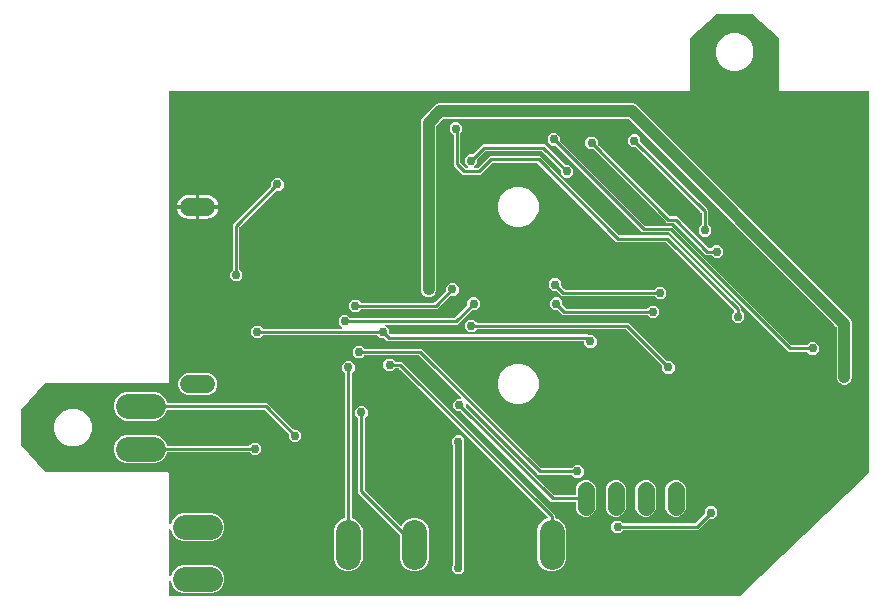
<source format=gbr>
G04 EAGLE Gerber RS-274X export*
G75*
%MOMM*%
%FSLAX34Y34*%
%LPD*%
%INBottom Copper*%
%IPPOS*%
%AMOC8*
5,1,8,0,0,1.08239X$1,22.5*%
G01*
%ADD10C,1.508000*%
%ADD11C,2.100000*%
%ADD12C,1.408000*%
%ADD13C,0.756400*%
%ADD14C,0.254000*%
%ADD15C,1.016000*%
%ADD16C,0.609600*%

G36*
X609369Y1030D02*
X609369Y1030D01*
X609451Y1035D01*
X609490Y1050D01*
X609530Y1056D01*
X609603Y1095D01*
X609680Y1126D01*
X609723Y1158D01*
X609748Y1172D01*
X609768Y1193D01*
X609813Y1227D01*
X718748Y105210D01*
X718808Y105290D01*
X718873Y105366D01*
X718882Y105388D01*
X718896Y105407D01*
X718927Y105501D01*
X718965Y105594D01*
X718968Y105623D01*
X718974Y105640D01*
X718973Y105673D01*
X718983Y105761D01*
X718983Y428222D01*
X718980Y428242D01*
X718982Y428261D01*
X718960Y428363D01*
X718944Y428465D01*
X718934Y428482D01*
X718930Y428502D01*
X718877Y428591D01*
X718828Y428682D01*
X718814Y428696D01*
X718804Y428713D01*
X718725Y428780D01*
X718650Y428852D01*
X718632Y428860D01*
X718617Y428873D01*
X718521Y428912D01*
X718427Y428955D01*
X718407Y428957D01*
X718389Y428965D01*
X718222Y428983D01*
X643579Y428983D01*
X642983Y429579D01*
X642983Y473193D01*
X642965Y473308D01*
X642948Y473423D01*
X642945Y473429D01*
X642944Y473436D01*
X642889Y473538D01*
X642837Y473642D01*
X642831Y473649D01*
X642828Y473653D01*
X642814Y473667D01*
X642723Y473766D01*
X619833Y493795D01*
X619777Y493830D01*
X619727Y493873D01*
X619673Y493894D01*
X619624Y493925D01*
X619560Y493940D01*
X619499Y493965D01*
X619417Y493974D01*
X619385Y493981D01*
X619365Y493980D01*
X619332Y493983D01*
X590668Y493983D01*
X590603Y493973D01*
X590537Y493972D01*
X590482Y493953D01*
X590425Y493944D01*
X590367Y493913D01*
X590304Y493891D01*
X590237Y493844D01*
X590208Y493828D01*
X590194Y493814D01*
X590167Y493795D01*
X567277Y473766D01*
X567203Y473676D01*
X567127Y473588D01*
X567125Y473582D01*
X567120Y473576D01*
X567079Y473468D01*
X567035Y473360D01*
X567034Y473352D01*
X567032Y473347D01*
X567032Y473327D01*
X567017Y473193D01*
X567017Y429579D01*
X566421Y428983D01*
X126778Y428983D01*
X126758Y428980D01*
X126739Y428982D01*
X126637Y428960D01*
X126535Y428944D01*
X126518Y428934D01*
X126498Y428930D01*
X126409Y428877D01*
X126318Y428828D01*
X126304Y428814D01*
X126287Y428804D01*
X126220Y428725D01*
X126148Y428650D01*
X126140Y428632D01*
X126127Y428617D01*
X126088Y428521D01*
X126045Y428427D01*
X126043Y428407D01*
X126035Y428389D01*
X126017Y428222D01*
X126017Y182579D01*
X125421Y181983D01*
X21807Y181983D01*
X21692Y181965D01*
X21577Y181948D01*
X21571Y181945D01*
X21564Y181944D01*
X21462Y181889D01*
X21358Y181837D01*
X21351Y181831D01*
X21347Y181828D01*
X21333Y181814D01*
X21234Y181723D01*
X1205Y158833D01*
X1170Y158777D01*
X1127Y158727D01*
X1106Y158673D01*
X1075Y158624D01*
X1060Y158560D01*
X1035Y158499D01*
X1026Y158417D01*
X1019Y158385D01*
X1020Y158365D01*
X1017Y158332D01*
X1017Y129668D01*
X1020Y129648D01*
X1018Y129629D01*
X1028Y129583D01*
X1028Y129537D01*
X1047Y129482D01*
X1056Y129425D01*
X1066Y129408D01*
X1070Y129388D01*
X1094Y129348D01*
X1109Y129304D01*
X1156Y129237D01*
X1172Y129208D01*
X1186Y129194D01*
X1196Y129177D01*
X1200Y129174D01*
X1205Y129167D01*
X21234Y106277D01*
X21324Y106203D01*
X21412Y106127D01*
X21418Y106125D01*
X21424Y106120D01*
X21532Y106079D01*
X21640Y106035D01*
X21648Y106034D01*
X21653Y106032D01*
X21673Y106032D01*
X21807Y106017D01*
X125421Y106017D01*
X126017Y105421D01*
X126017Y62698D01*
X126032Y62602D01*
X126042Y62505D01*
X126052Y62481D01*
X126056Y62455D01*
X126102Y62369D01*
X126142Y62280D01*
X126159Y62261D01*
X126172Y62238D01*
X126242Y62171D01*
X126308Y62099D01*
X126331Y62086D01*
X126350Y62068D01*
X126438Y62027D01*
X126524Y61980D01*
X126549Y61976D01*
X126573Y61965D01*
X126670Y61954D01*
X126766Y61937D01*
X126792Y61940D01*
X126817Y61937D01*
X126913Y61958D01*
X127009Y61972D01*
X127032Y61984D01*
X127058Y61990D01*
X127141Y62040D01*
X127228Y62084D01*
X127247Y62103D01*
X127269Y62116D01*
X127332Y62190D01*
X127400Y62259D01*
X127416Y62288D01*
X127429Y62303D01*
X127441Y62333D01*
X127481Y62406D01*
X129306Y66811D01*
X132689Y70194D01*
X137108Y72025D01*
X162892Y72025D01*
X167311Y70194D01*
X170694Y66811D01*
X172525Y62392D01*
X172525Y57608D01*
X170694Y53189D01*
X167311Y49806D01*
X162892Y47975D01*
X137108Y47975D01*
X132689Y49806D01*
X129306Y53189D01*
X127481Y57594D01*
X127430Y57677D01*
X127384Y57762D01*
X127365Y57780D01*
X127352Y57803D01*
X127277Y57865D01*
X127206Y57932D01*
X127182Y57943D01*
X127162Y57960D01*
X127071Y57994D01*
X126983Y58035D01*
X126957Y58038D01*
X126933Y58048D01*
X126835Y58052D01*
X126739Y58063D01*
X126713Y58057D01*
X126687Y58058D01*
X126593Y58031D01*
X126498Y58010D01*
X126476Y57997D01*
X126451Y57990D01*
X126371Y57934D01*
X126287Y57884D01*
X126270Y57864D01*
X126249Y57849D01*
X126190Y57771D01*
X126127Y57697D01*
X126117Y57673D01*
X126102Y57652D01*
X126072Y57559D01*
X126035Y57469D01*
X126032Y57437D01*
X126026Y57418D01*
X126026Y57385D01*
X126017Y57302D01*
X126017Y18698D01*
X126032Y18602D01*
X126042Y18505D01*
X126052Y18481D01*
X126056Y18455D01*
X126102Y18369D01*
X126142Y18280D01*
X126159Y18261D01*
X126172Y18238D01*
X126242Y18171D01*
X126308Y18099D01*
X126331Y18086D01*
X126350Y18068D01*
X126438Y18027D01*
X126524Y17980D01*
X126549Y17976D01*
X126573Y17965D01*
X126670Y17954D01*
X126766Y17937D01*
X126792Y17940D01*
X126817Y17937D01*
X126913Y17958D01*
X127009Y17972D01*
X127032Y17984D01*
X127058Y17990D01*
X127141Y18040D01*
X127228Y18084D01*
X127247Y18103D01*
X127269Y18116D01*
X127332Y18190D01*
X127400Y18259D01*
X127416Y18288D01*
X127429Y18303D01*
X127441Y18333D01*
X127481Y18406D01*
X129306Y22811D01*
X132689Y26194D01*
X137108Y28025D01*
X162892Y28025D01*
X167311Y26194D01*
X170694Y22811D01*
X172525Y18392D01*
X172525Y13608D01*
X170694Y9189D01*
X167311Y5806D01*
X162892Y3975D01*
X137108Y3975D01*
X132689Y5806D01*
X129306Y9189D01*
X127481Y13594D01*
X127430Y13677D01*
X127384Y13762D01*
X127365Y13780D01*
X127352Y13803D01*
X127277Y13865D01*
X127206Y13932D01*
X127182Y13943D01*
X127162Y13960D01*
X127071Y13994D01*
X126983Y14035D01*
X126957Y14038D01*
X126933Y14048D01*
X126835Y14052D01*
X126739Y14063D01*
X126713Y14057D01*
X126687Y14058D01*
X126593Y14031D01*
X126498Y14010D01*
X126476Y13997D01*
X126451Y13990D01*
X126371Y13934D01*
X126287Y13884D01*
X126270Y13864D01*
X126249Y13849D01*
X126190Y13771D01*
X126127Y13697D01*
X126117Y13673D01*
X126102Y13652D01*
X126072Y13559D01*
X126035Y13469D01*
X126032Y13437D01*
X126026Y13418D01*
X126026Y13385D01*
X126017Y13302D01*
X126017Y1778D01*
X126020Y1758D01*
X126018Y1739D01*
X126040Y1637D01*
X126056Y1535D01*
X126066Y1518D01*
X126070Y1498D01*
X126123Y1409D01*
X126172Y1318D01*
X126186Y1304D01*
X126196Y1287D01*
X126275Y1220D01*
X126350Y1148D01*
X126368Y1140D01*
X126383Y1127D01*
X126479Y1088D01*
X126573Y1045D01*
X126593Y1043D01*
X126611Y1035D01*
X126778Y1017D01*
X609288Y1017D01*
X609369Y1030D01*
G37*
%LPC*%
G36*
X696686Y180395D02*
X696686Y180395D01*
X694259Y181401D01*
X692401Y183259D01*
X691395Y185686D01*
X691395Y228949D01*
X691381Y229039D01*
X691373Y229130D01*
X691361Y229160D01*
X691356Y229192D01*
X691313Y229272D01*
X691277Y229356D01*
X691251Y229388D01*
X691240Y229409D01*
X691217Y229431D01*
X691172Y229487D01*
X515487Y405172D01*
X515413Y405225D01*
X515344Y405285D01*
X515314Y405297D01*
X515287Y405316D01*
X515200Y405343D01*
X515116Y405377D01*
X515075Y405381D01*
X515052Y405388D01*
X515020Y405387D01*
X514949Y405395D01*
X359051Y405395D01*
X358961Y405381D01*
X358870Y405373D01*
X358840Y405361D01*
X358808Y405356D01*
X358728Y405313D01*
X358644Y405277D01*
X358612Y405251D01*
X358591Y405240D01*
X358569Y405217D01*
X358513Y405172D01*
X352828Y399487D01*
X352775Y399413D01*
X352715Y399344D01*
X352703Y399314D01*
X352684Y399287D01*
X352657Y399200D01*
X352623Y399116D01*
X352619Y399075D01*
X352612Y399052D01*
X352613Y399020D01*
X352605Y398949D01*
X352605Y259686D01*
X351599Y257259D01*
X349741Y255401D01*
X347314Y254395D01*
X344686Y254395D01*
X342259Y255401D01*
X340401Y257259D01*
X339395Y259686D01*
X339395Y403314D01*
X340401Y405741D01*
X352259Y417599D01*
X354686Y418605D01*
X519314Y418605D01*
X521741Y417599D01*
X703599Y235741D01*
X704605Y233314D01*
X704605Y185686D01*
X703599Y183259D01*
X701741Y181401D01*
X699314Y180395D01*
X696686Y180395D01*
G37*
%LPD*%
%LPC*%
G36*
X477296Y68395D02*
X477296Y68395D01*
X474148Y69699D01*
X471739Y72108D01*
X470435Y75256D01*
X470435Y80444D01*
X470432Y80464D01*
X470434Y80483D01*
X470412Y80585D01*
X470396Y80687D01*
X470386Y80704D01*
X470382Y80724D01*
X470329Y80813D01*
X470280Y80904D01*
X470266Y80918D01*
X470256Y80935D01*
X470177Y81002D01*
X470102Y81074D01*
X470084Y81082D01*
X470069Y81095D01*
X469973Y81134D01*
X469879Y81177D01*
X469859Y81179D01*
X469841Y81187D01*
X469674Y81205D01*
X449842Y81205D01*
X447982Y83065D01*
X373577Y157470D01*
X373503Y157523D01*
X373434Y157583D01*
X373404Y157595D01*
X373378Y157614D01*
X373291Y157641D01*
X373206Y157675D01*
X373165Y157679D01*
X373143Y157686D01*
X373110Y157685D01*
X373039Y157693D01*
X369802Y157693D01*
X366693Y160802D01*
X366693Y165198D01*
X369802Y168307D01*
X372903Y168307D01*
X372974Y168318D01*
X373046Y168320D01*
X373095Y168338D01*
X373146Y168346D01*
X373209Y168380D01*
X373277Y168405D01*
X373317Y168437D01*
X373363Y168462D01*
X373413Y168514D01*
X373469Y168558D01*
X373497Y168602D01*
X373533Y168640D01*
X373563Y168705D01*
X373602Y168765D01*
X373614Y168816D01*
X373636Y168863D01*
X373644Y168934D01*
X373662Y169004D01*
X373658Y169056D01*
X373663Y169107D01*
X373648Y169178D01*
X373643Y169249D01*
X373622Y169297D01*
X373611Y169348D01*
X373574Y169409D01*
X373546Y169475D01*
X373501Y169531D01*
X373485Y169559D01*
X373467Y169574D01*
X373441Y169606D01*
X338065Y204982D01*
X337991Y205035D01*
X337922Y205095D01*
X337892Y205107D01*
X337866Y205126D01*
X337779Y205153D01*
X337694Y205187D01*
X337653Y205191D01*
X337631Y205198D01*
X337598Y205197D01*
X337527Y205205D01*
X292025Y205205D01*
X291935Y205191D01*
X291844Y205183D01*
X291815Y205171D01*
X291783Y205166D01*
X291702Y205123D01*
X291618Y205087D01*
X291586Y205061D01*
X291565Y205050D01*
X291543Y205027D01*
X291487Y204982D01*
X289198Y202693D01*
X284802Y202693D01*
X281693Y205802D01*
X281693Y210198D01*
X284802Y213307D01*
X289198Y213307D01*
X291487Y211018D01*
X291561Y210965D01*
X291631Y210905D01*
X291661Y210893D01*
X291687Y210874D01*
X291774Y210847D01*
X291859Y210813D01*
X291900Y210809D01*
X291922Y210802D01*
X291954Y210803D01*
X292025Y210795D01*
X340158Y210795D01*
X440935Y110018D01*
X441009Y109965D01*
X441078Y109905D01*
X441108Y109893D01*
X441134Y109874D01*
X441221Y109847D01*
X441306Y109813D01*
X441347Y109809D01*
X441369Y109802D01*
X441402Y109803D01*
X441473Y109795D01*
X466975Y109795D01*
X467065Y109809D01*
X467156Y109817D01*
X467185Y109829D01*
X467217Y109834D01*
X467298Y109877D01*
X467382Y109913D01*
X467414Y109939D01*
X467435Y109950D01*
X467457Y109973D01*
X467513Y110018D01*
X469802Y112307D01*
X474198Y112307D01*
X477307Y109198D01*
X477307Y104802D01*
X474198Y101693D01*
X469802Y101693D01*
X467513Y103982D01*
X467439Y104035D01*
X467369Y104095D01*
X467339Y104107D01*
X467313Y104126D01*
X467226Y104153D01*
X467141Y104187D01*
X467100Y104191D01*
X467078Y104198D01*
X467046Y104197D01*
X466975Y104205D01*
X438842Y104205D01*
X378606Y164441D01*
X378548Y164483D01*
X378496Y164533D01*
X378449Y164555D01*
X378407Y164585D01*
X378338Y164606D01*
X378273Y164636D01*
X378221Y164642D01*
X378171Y164657D01*
X378100Y164655D01*
X378029Y164663D01*
X377978Y164652D01*
X377926Y164651D01*
X377858Y164626D01*
X377788Y164611D01*
X377743Y164584D01*
X377695Y164566D01*
X377639Y164522D01*
X377577Y164485D01*
X377543Y164445D01*
X377503Y164413D01*
X377464Y164352D01*
X377417Y164298D01*
X377398Y164250D01*
X377370Y164206D01*
X377352Y164136D01*
X377325Y164070D01*
X377317Y163998D01*
X377309Y163967D01*
X377311Y163944D01*
X377307Y163903D01*
X377307Y161961D01*
X377321Y161871D01*
X377329Y161780D01*
X377341Y161750D01*
X377346Y161718D01*
X377389Y161637D01*
X377425Y161554D01*
X377451Y161521D01*
X377462Y161501D01*
X377485Y161479D01*
X377530Y161423D01*
X451935Y87018D01*
X452009Y86965D01*
X452078Y86905D01*
X452108Y86893D01*
X452134Y86874D01*
X452221Y86847D01*
X452306Y86813D01*
X452347Y86809D01*
X452369Y86802D01*
X452402Y86803D01*
X452473Y86795D01*
X469674Y86795D01*
X469694Y86798D01*
X469713Y86796D01*
X469815Y86818D01*
X469917Y86834D01*
X469934Y86844D01*
X469954Y86848D01*
X470043Y86901D01*
X470134Y86950D01*
X470148Y86964D01*
X470165Y86974D01*
X470232Y87053D01*
X470304Y87128D01*
X470312Y87146D01*
X470325Y87161D01*
X470364Y87257D01*
X470407Y87351D01*
X470409Y87371D01*
X470417Y87389D01*
X470435Y87556D01*
X470435Y92744D01*
X471739Y95892D01*
X474148Y98301D01*
X477296Y99605D01*
X480704Y99605D01*
X483852Y98301D01*
X486261Y95892D01*
X487565Y92744D01*
X487565Y75256D01*
X486261Y72108D01*
X483852Y69699D01*
X480704Y68395D01*
X477296Y68395D01*
G37*
%LPD*%
%LPC*%
G36*
X605802Y232693D02*
X605802Y232693D01*
X602693Y235802D01*
X602693Y240198D01*
X604733Y242238D01*
X604745Y242254D01*
X604760Y242267D01*
X604816Y242354D01*
X604877Y242438D01*
X604882Y242457D01*
X604893Y242474D01*
X604919Y242574D01*
X604949Y242673D01*
X604948Y242693D01*
X604953Y242712D01*
X604945Y242814D01*
X604943Y242919D01*
X604936Y242937D01*
X604934Y242957D01*
X604894Y243052D01*
X604858Y243150D01*
X604846Y243165D01*
X604838Y243184D01*
X604733Y243315D01*
X547065Y300982D01*
X546991Y301035D01*
X546922Y301095D01*
X546892Y301107D01*
X546866Y301126D01*
X546779Y301153D01*
X546694Y301187D01*
X546653Y301191D01*
X546631Y301198D01*
X546598Y301197D01*
X546527Y301205D01*
X504842Y301205D01*
X502982Y303065D01*
X438065Y367982D01*
X437991Y368035D01*
X437922Y368095D01*
X437892Y368107D01*
X437866Y368126D01*
X437779Y368153D01*
X437694Y368187D01*
X437653Y368191D01*
X437631Y368198D01*
X437598Y368197D01*
X437527Y368205D01*
X400473Y368205D01*
X400383Y368191D01*
X400292Y368183D01*
X400262Y368171D01*
X400230Y368166D01*
X400150Y368123D01*
X400066Y368087D01*
X400034Y368061D01*
X400013Y368050D01*
X399991Y368027D01*
X399935Y367982D01*
X390158Y358205D01*
X374842Y358205D01*
X367205Y365842D01*
X367205Y390975D01*
X367191Y391065D01*
X367183Y391156D01*
X367171Y391185D01*
X367166Y391217D01*
X367123Y391298D01*
X367087Y391382D01*
X367061Y391414D01*
X367050Y391435D01*
X367027Y391457D01*
X366982Y391513D01*
X363693Y394802D01*
X363693Y399198D01*
X366802Y402307D01*
X371198Y402307D01*
X374307Y399198D01*
X374307Y394802D01*
X373018Y393513D01*
X372965Y393439D01*
X372905Y393369D01*
X372893Y393339D01*
X372874Y393313D01*
X372847Y393226D01*
X372813Y393141D01*
X372809Y393100D01*
X372802Y393078D01*
X372803Y393046D01*
X372795Y392975D01*
X372795Y368473D01*
X372809Y368383D01*
X372817Y368292D01*
X372829Y368262D01*
X372834Y368230D01*
X372877Y368150D01*
X372913Y368066D01*
X372939Y368034D01*
X372950Y368013D01*
X372973Y367991D01*
X373018Y367935D01*
X376935Y364018D01*
X377009Y363965D01*
X377078Y363905D01*
X377108Y363893D01*
X377134Y363874D01*
X377221Y363847D01*
X377306Y363813D01*
X377347Y363809D01*
X377369Y363802D01*
X377402Y363803D01*
X377473Y363795D01*
X378863Y363795D01*
X378933Y363806D01*
X379005Y363808D01*
X379054Y363826D01*
X379105Y363834D01*
X379169Y363868D01*
X379236Y363893D01*
X379277Y363925D01*
X379323Y363950D01*
X379372Y364002D01*
X379428Y364046D01*
X379456Y364090D01*
X379492Y364128D01*
X379522Y364193D01*
X379561Y364253D01*
X379574Y364304D01*
X379596Y364351D01*
X379604Y364422D01*
X379621Y364492D01*
X379617Y364544D01*
X379623Y364595D01*
X379608Y364666D01*
X379602Y364737D01*
X379582Y364785D01*
X379571Y364836D01*
X379534Y364897D01*
X379506Y364963D01*
X379461Y365019D01*
X379444Y365047D01*
X379427Y365062D01*
X379401Y365094D01*
X376693Y367802D01*
X376693Y372198D01*
X379802Y375307D01*
X383039Y375307D01*
X383129Y375321D01*
X383220Y375329D01*
X383250Y375341D01*
X383282Y375346D01*
X383362Y375389D01*
X383446Y375425D01*
X383478Y375451D01*
X383499Y375462D01*
X383521Y375485D01*
X383577Y375530D01*
X391842Y383795D01*
X444158Y383795D01*
X461423Y366530D01*
X461497Y366477D01*
X461566Y366417D01*
X461596Y366405D01*
X461622Y366386D01*
X461709Y366359D01*
X461794Y366325D01*
X461835Y366321D01*
X461857Y366314D01*
X461890Y366315D01*
X461961Y366307D01*
X465198Y366307D01*
X468307Y363198D01*
X468307Y358802D01*
X465198Y355693D01*
X460802Y355693D01*
X457693Y358802D01*
X457693Y362039D01*
X457679Y362129D01*
X457671Y362220D01*
X457659Y362250D01*
X457654Y362282D01*
X457611Y362362D01*
X457575Y362446D01*
X457549Y362478D01*
X457538Y362499D01*
X457515Y362521D01*
X457470Y362577D01*
X442065Y377982D01*
X441991Y378035D01*
X441922Y378095D01*
X441892Y378107D01*
X441866Y378126D01*
X441779Y378153D01*
X441694Y378187D01*
X441653Y378191D01*
X441631Y378198D01*
X441598Y378197D01*
X441527Y378205D01*
X394473Y378205D01*
X394383Y378191D01*
X394292Y378183D01*
X394262Y378171D01*
X394230Y378166D01*
X394150Y378123D01*
X394066Y378087D01*
X394034Y378061D01*
X394013Y378050D01*
X393991Y378027D01*
X393935Y377982D01*
X387530Y371577D01*
X387477Y371503D01*
X387417Y371434D01*
X387405Y371404D01*
X387386Y371378D01*
X387359Y371291D01*
X387325Y371206D01*
X387321Y371165D01*
X387314Y371143D01*
X387315Y371110D01*
X387307Y371039D01*
X387307Y367802D01*
X384599Y365094D01*
X384557Y365036D01*
X384508Y364984D01*
X384486Y364937D01*
X384456Y364895D01*
X384434Y364826D01*
X384404Y364761D01*
X384399Y364709D01*
X384383Y364659D01*
X384385Y364588D01*
X384377Y364517D01*
X384388Y364466D01*
X384390Y364414D01*
X384414Y364346D01*
X384429Y364276D01*
X384456Y364231D01*
X384474Y364183D01*
X384519Y364127D01*
X384556Y364065D01*
X384595Y364031D01*
X384628Y363991D01*
X384688Y363952D01*
X384743Y363905D01*
X384791Y363886D01*
X384835Y363858D01*
X384904Y363840D01*
X384971Y363813D01*
X385042Y363805D01*
X385073Y363797D01*
X385096Y363799D01*
X385137Y363795D01*
X387527Y363795D01*
X387617Y363809D01*
X387708Y363817D01*
X387738Y363829D01*
X387770Y363834D01*
X387850Y363877D01*
X387934Y363913D01*
X387966Y363939D01*
X387987Y363950D01*
X388009Y363973D01*
X388065Y364018D01*
X397842Y373795D01*
X440158Y373795D01*
X442018Y371935D01*
X506935Y307018D01*
X507009Y306965D01*
X507078Y306905D01*
X507108Y306893D01*
X507134Y306874D01*
X507221Y306847D01*
X507306Y306813D01*
X507347Y306809D01*
X507369Y306802D01*
X507402Y306803D01*
X507473Y306795D01*
X549158Y306795D01*
X610795Y245158D01*
X610795Y243025D01*
X610809Y242935D01*
X610817Y242844D01*
X610829Y242815D01*
X610834Y242783D01*
X610877Y242702D01*
X610913Y242618D01*
X610939Y242586D01*
X610950Y242565D01*
X610973Y242543D01*
X611018Y242487D01*
X613307Y240198D01*
X613307Y235802D01*
X610198Y232693D01*
X605802Y232693D01*
G37*
%LPD*%
%LPC*%
G36*
X480802Y211693D02*
X480802Y211693D01*
X477693Y214802D01*
X477693Y216444D01*
X477690Y216464D01*
X477692Y216483D01*
X477670Y216585D01*
X477654Y216687D01*
X477644Y216704D01*
X477640Y216724D01*
X477587Y216813D01*
X477538Y216904D01*
X477524Y216918D01*
X477514Y216935D01*
X477435Y217002D01*
X477360Y217074D01*
X477342Y217082D01*
X477327Y217095D01*
X477231Y217134D01*
X477137Y217177D01*
X477117Y217179D01*
X477099Y217187D01*
X476932Y217205D01*
X310842Y217205D01*
X308577Y219470D01*
X308503Y219523D01*
X308434Y219583D01*
X308404Y219595D01*
X308378Y219614D01*
X308291Y219641D01*
X308206Y219675D01*
X308165Y219679D01*
X308143Y219686D01*
X308110Y219685D01*
X308039Y219693D01*
X304802Y219693D01*
X302513Y221982D01*
X302439Y222035D01*
X302369Y222095D01*
X302339Y222107D01*
X302313Y222126D01*
X302226Y222153D01*
X302141Y222187D01*
X302100Y222191D01*
X302078Y222198D01*
X302046Y222197D01*
X301975Y222205D01*
X206025Y222205D01*
X205935Y222191D01*
X205844Y222183D01*
X205815Y222171D01*
X205783Y222166D01*
X205702Y222123D01*
X205618Y222087D01*
X205586Y222061D01*
X205565Y222050D01*
X205543Y222027D01*
X205487Y221982D01*
X203198Y219693D01*
X198802Y219693D01*
X195693Y222802D01*
X195693Y227198D01*
X198802Y230307D01*
X203198Y230307D01*
X205487Y228018D01*
X205561Y227965D01*
X205631Y227905D01*
X205661Y227893D01*
X205687Y227874D01*
X205774Y227847D01*
X205859Y227813D01*
X205900Y227809D01*
X205922Y227802D01*
X205954Y227803D01*
X206025Y227795D01*
X271863Y227795D01*
X271933Y227806D01*
X272005Y227808D01*
X272054Y227826D01*
X272105Y227834D01*
X272169Y227868D01*
X272236Y227893D01*
X272277Y227925D01*
X272323Y227950D01*
X272372Y228002D01*
X272428Y228046D01*
X272456Y228090D01*
X272492Y228128D01*
X272522Y228193D01*
X272561Y228253D01*
X272574Y228304D01*
X272596Y228351D01*
X272604Y228422D01*
X272621Y228492D01*
X272617Y228544D01*
X272623Y228595D01*
X272608Y228666D01*
X272602Y228737D01*
X272582Y228785D01*
X272571Y228836D01*
X272534Y228897D01*
X272506Y228963D01*
X272461Y229019D01*
X272444Y229047D01*
X272427Y229062D01*
X272401Y229094D01*
X269693Y231802D01*
X269693Y236198D01*
X272802Y239307D01*
X277198Y239307D01*
X279487Y237018D01*
X279561Y236965D01*
X279631Y236905D01*
X279661Y236893D01*
X279687Y236874D01*
X279774Y236847D01*
X279859Y236813D01*
X279900Y236809D01*
X279922Y236802D01*
X279954Y236803D01*
X280025Y236795D01*
X367527Y236795D01*
X367617Y236809D01*
X367708Y236817D01*
X367738Y236829D01*
X367770Y236834D01*
X367850Y236877D01*
X367934Y236913D01*
X367966Y236939D01*
X367987Y236950D01*
X368009Y236973D01*
X368065Y237018D01*
X378470Y247423D01*
X378523Y247497D01*
X378583Y247566D01*
X378595Y247596D01*
X378614Y247622D01*
X378641Y247709D01*
X378675Y247794D01*
X378679Y247835D01*
X378686Y247857D01*
X378685Y247890D01*
X378693Y247961D01*
X378693Y251198D01*
X381802Y254307D01*
X386198Y254307D01*
X389307Y251198D01*
X389307Y246802D01*
X386198Y243693D01*
X382961Y243693D01*
X382871Y243679D01*
X382780Y243671D01*
X382750Y243659D01*
X382718Y243654D01*
X382638Y243611D01*
X382554Y243575D01*
X382522Y243549D01*
X382501Y243538D01*
X382479Y243515D01*
X382423Y243470D01*
X370158Y231205D01*
X310137Y231205D01*
X310067Y231194D01*
X309995Y231192D01*
X309946Y231174D01*
X309895Y231166D01*
X309831Y231132D01*
X309764Y231107D01*
X309723Y231075D01*
X309677Y231050D01*
X309628Y230998D01*
X309572Y230954D01*
X309544Y230910D01*
X309508Y230872D01*
X309478Y230807D01*
X309439Y230747D01*
X309426Y230696D01*
X309404Y230649D01*
X309396Y230578D01*
X309379Y230508D01*
X309383Y230456D01*
X309377Y230405D01*
X309392Y230334D01*
X309398Y230263D01*
X309418Y230215D01*
X309429Y230164D01*
X309466Y230103D01*
X309494Y230037D01*
X309539Y229981D01*
X309556Y229953D01*
X309573Y229938D01*
X309599Y229906D01*
X312307Y227198D01*
X312307Y223961D01*
X312321Y223871D01*
X312329Y223780D01*
X312341Y223750D01*
X312346Y223718D01*
X312389Y223638D01*
X312425Y223554D01*
X312451Y223522D01*
X312462Y223501D01*
X312485Y223479D01*
X312530Y223423D01*
X312935Y223018D01*
X313009Y222965D01*
X313078Y222905D01*
X313108Y222893D01*
X313134Y222874D01*
X313221Y222847D01*
X313306Y222813D01*
X313347Y222809D01*
X313369Y222802D01*
X313402Y222803D01*
X313473Y222795D01*
X481158Y222795D01*
X481423Y222530D01*
X481497Y222477D01*
X481566Y222417D01*
X481596Y222405D01*
X481622Y222386D01*
X481709Y222359D01*
X481794Y222325D01*
X481835Y222321D01*
X481857Y222314D01*
X481890Y222315D01*
X481961Y222307D01*
X485198Y222307D01*
X488307Y219198D01*
X488307Y214802D01*
X485198Y211693D01*
X480802Y211693D01*
G37*
%LPD*%
%LPC*%
G36*
X447608Y22475D02*
X447608Y22475D01*
X443189Y24306D01*
X439806Y27689D01*
X437975Y32108D01*
X437975Y57892D01*
X439806Y62311D01*
X443189Y65694D01*
X446495Y67064D01*
X446534Y67088D01*
X446577Y67104D01*
X446638Y67152D01*
X446704Y67193D01*
X446734Y67229D01*
X446769Y67257D01*
X446812Y67323D01*
X446861Y67383D01*
X446878Y67426D01*
X446902Y67464D01*
X446922Y67540D01*
X446949Y67612D01*
X446951Y67658D01*
X446963Y67703D01*
X446957Y67780D01*
X446960Y67858D01*
X446947Y67902D01*
X446943Y67948D01*
X446913Y68020D01*
X446891Y68094D01*
X446865Y68132D01*
X446847Y68174D01*
X446762Y68281D01*
X446751Y68297D01*
X446747Y68300D01*
X446742Y68305D01*
X321065Y193982D01*
X320991Y194035D01*
X320922Y194095D01*
X320892Y194107D01*
X320866Y194126D01*
X320779Y194153D01*
X320694Y194187D01*
X320653Y194191D01*
X320631Y194198D01*
X320598Y194197D01*
X320527Y194205D01*
X318025Y194205D01*
X317935Y194191D01*
X317844Y194183D01*
X317815Y194171D01*
X317783Y194166D01*
X317702Y194123D01*
X317618Y194087D01*
X317586Y194061D01*
X317565Y194050D01*
X317543Y194027D01*
X317487Y193982D01*
X315198Y191693D01*
X310802Y191693D01*
X307693Y194802D01*
X307693Y199198D01*
X310802Y202307D01*
X315198Y202307D01*
X317487Y200018D01*
X317561Y199965D01*
X317631Y199905D01*
X317661Y199893D01*
X317687Y199874D01*
X317774Y199847D01*
X317859Y199813D01*
X317900Y199809D01*
X317922Y199802D01*
X317954Y199803D01*
X318025Y199795D01*
X323158Y199795D01*
X452795Y70158D01*
X452795Y67867D01*
X452814Y67752D01*
X452831Y67636D01*
X452833Y67630D01*
X452834Y67624D01*
X452889Y67521D01*
X452942Y67416D01*
X452947Y67412D01*
X452950Y67406D01*
X453034Y67327D01*
X453118Y67244D01*
X453124Y67240D01*
X453128Y67237D01*
X453145Y67229D01*
X453265Y67163D01*
X456811Y65694D01*
X460194Y62311D01*
X462025Y57892D01*
X462025Y32108D01*
X460194Y27689D01*
X456811Y24306D01*
X452392Y22475D01*
X447608Y22475D01*
G37*
%LPD*%
%LPC*%
G36*
X668802Y205693D02*
X668802Y205693D01*
X666513Y207982D01*
X666439Y208035D01*
X666369Y208095D01*
X666339Y208107D01*
X666313Y208126D01*
X666226Y208153D01*
X666141Y208187D01*
X666100Y208191D01*
X666078Y208198D01*
X666046Y208197D01*
X665975Y208205D01*
X650842Y208205D01*
X550065Y308982D01*
X549991Y309035D01*
X549922Y309095D01*
X549892Y309107D01*
X549866Y309126D01*
X549779Y309153D01*
X549694Y309187D01*
X549653Y309191D01*
X549631Y309198D01*
X549598Y309197D01*
X549527Y309205D01*
X526842Y309205D01*
X453577Y382470D01*
X453503Y382523D01*
X453434Y382583D01*
X453404Y382595D01*
X453378Y382614D01*
X453291Y382641D01*
X453206Y382675D01*
X453165Y382679D01*
X453143Y382686D01*
X453110Y382685D01*
X453039Y382693D01*
X449802Y382693D01*
X446693Y385802D01*
X446693Y390198D01*
X449802Y393307D01*
X454198Y393307D01*
X457307Y390198D01*
X457307Y386961D01*
X457309Y386945D01*
X457308Y386931D01*
X457322Y386866D01*
X457329Y386780D01*
X457341Y386750D01*
X457346Y386718D01*
X457359Y386694D01*
X457360Y386691D01*
X457369Y386675D01*
X457389Y386637D01*
X457425Y386554D01*
X457451Y386522D01*
X457462Y386501D01*
X457485Y386479D01*
X457530Y386423D01*
X528935Y315018D01*
X529009Y314965D01*
X529078Y314905D01*
X529108Y314893D01*
X529134Y314874D01*
X529221Y314847D01*
X529306Y314813D01*
X529347Y314809D01*
X529369Y314802D01*
X529402Y314803D01*
X529473Y314795D01*
X552158Y314795D01*
X652935Y214018D01*
X653009Y213965D01*
X653078Y213905D01*
X653108Y213893D01*
X653134Y213874D01*
X653221Y213847D01*
X653306Y213813D01*
X653347Y213809D01*
X653369Y213802D01*
X653402Y213803D01*
X653473Y213795D01*
X665975Y213795D01*
X666065Y213809D01*
X666156Y213817D01*
X666185Y213829D01*
X666217Y213834D01*
X666298Y213877D01*
X666382Y213913D01*
X666414Y213939D01*
X666435Y213950D01*
X666457Y213973D01*
X666513Y214018D01*
X668802Y216307D01*
X673198Y216307D01*
X676307Y213198D01*
X676307Y208802D01*
X673198Y205693D01*
X668802Y205693D01*
G37*
%LPD*%
%LPC*%
G36*
X275608Y22475D02*
X275608Y22475D01*
X271189Y24306D01*
X267806Y27689D01*
X265975Y32108D01*
X265975Y57892D01*
X267806Y62311D01*
X271189Y65694D01*
X274735Y67163D01*
X274835Y67225D01*
X274935Y67285D01*
X274939Y67290D01*
X274944Y67293D01*
X275019Y67382D01*
X275095Y67472D01*
X275097Y67478D01*
X275101Y67482D01*
X275143Y67590D01*
X275187Y67700D01*
X275188Y67707D01*
X275189Y67712D01*
X275190Y67730D01*
X275205Y67867D01*
X275205Y189975D01*
X275191Y190065D01*
X275183Y190156D01*
X275171Y190185D01*
X275166Y190217D01*
X275123Y190298D01*
X275087Y190382D01*
X275061Y190414D01*
X275050Y190435D01*
X275027Y190457D01*
X274982Y190513D01*
X272693Y192802D01*
X272693Y197198D01*
X275802Y200307D01*
X280198Y200307D01*
X283307Y197198D01*
X283307Y192802D01*
X281018Y190513D01*
X280965Y190439D01*
X280905Y190369D01*
X280893Y190339D01*
X280874Y190313D01*
X280847Y190226D01*
X280813Y190141D01*
X280809Y190100D01*
X280802Y190078D01*
X280803Y190046D01*
X280795Y189975D01*
X280795Y67867D01*
X280814Y67752D01*
X280831Y67636D01*
X280833Y67630D01*
X280834Y67624D01*
X280889Y67521D01*
X280942Y67416D01*
X280947Y67412D01*
X280950Y67406D01*
X281034Y67327D01*
X281118Y67244D01*
X281124Y67240D01*
X281128Y67237D01*
X281145Y67229D01*
X281265Y67163D01*
X284811Y65694D01*
X288194Y62311D01*
X290025Y57892D01*
X290025Y32108D01*
X288194Y27689D01*
X284811Y24306D01*
X280392Y22475D01*
X275608Y22475D01*
G37*
%LPD*%
%LPC*%
G36*
X230802Y131693D02*
X230802Y131693D01*
X227693Y134802D01*
X227693Y138039D01*
X227688Y138070D01*
X227690Y138081D01*
X227678Y138134D01*
X227671Y138220D01*
X227659Y138250D01*
X227654Y138282D01*
X227641Y138306D01*
X227637Y138322D01*
X227606Y138374D01*
X227575Y138446D01*
X227549Y138478D01*
X227538Y138499D01*
X227522Y138515D01*
X227511Y138533D01*
X227495Y138546D01*
X227470Y138577D01*
X207065Y158982D01*
X206991Y159035D01*
X206922Y159095D01*
X206892Y159107D01*
X206866Y159126D01*
X206779Y159153D01*
X206694Y159187D01*
X206653Y159191D01*
X206631Y159198D01*
X206598Y159197D01*
X206527Y159205D01*
X124867Y159205D01*
X124752Y159186D01*
X124636Y159169D01*
X124630Y159167D01*
X124624Y159166D01*
X124521Y159111D01*
X124416Y159058D01*
X124412Y159053D01*
X124406Y159050D01*
X124327Y158966D01*
X124244Y158882D01*
X124240Y158876D01*
X124237Y158872D01*
X124229Y158855D01*
X124163Y158735D01*
X122694Y155189D01*
X119311Y151806D01*
X114892Y149975D01*
X89108Y149975D01*
X84689Y151806D01*
X81306Y155189D01*
X79475Y159608D01*
X79475Y164392D01*
X81306Y168811D01*
X84689Y172194D01*
X89108Y174025D01*
X114892Y174025D01*
X119311Y172194D01*
X122694Y168811D01*
X124163Y165265D01*
X124225Y165165D01*
X124285Y165065D01*
X124290Y165061D01*
X124293Y165056D01*
X124382Y164981D01*
X124472Y164905D01*
X124478Y164903D01*
X124482Y164899D01*
X124590Y164857D01*
X124700Y164813D01*
X124707Y164812D01*
X124712Y164811D01*
X124730Y164810D01*
X124867Y164795D01*
X209158Y164795D01*
X231423Y142530D01*
X231497Y142477D01*
X231566Y142417D01*
X231596Y142405D01*
X231622Y142386D01*
X231709Y142359D01*
X231794Y142325D01*
X231835Y142321D01*
X231857Y142314D01*
X231890Y142315D01*
X231961Y142307D01*
X235198Y142307D01*
X238307Y139198D01*
X238307Y134802D01*
X235198Y131693D01*
X230802Y131693D01*
G37*
%LPD*%
%LPC*%
G36*
X331608Y22475D02*
X331608Y22475D01*
X327189Y24306D01*
X323806Y27689D01*
X321975Y32108D01*
X321975Y52757D01*
X321961Y52847D01*
X321953Y52938D01*
X321941Y52968D01*
X321936Y53000D01*
X321893Y53080D01*
X321857Y53164D01*
X321831Y53196D01*
X321820Y53217D01*
X321797Y53239D01*
X321773Y53269D01*
X321771Y53273D01*
X321769Y53275D01*
X321752Y53295D01*
X286205Y88842D01*
X286205Y151975D01*
X286191Y152065D01*
X286183Y152156D01*
X286171Y152185D01*
X286166Y152217D01*
X286123Y152298D01*
X286087Y152382D01*
X286061Y152414D01*
X286050Y152435D01*
X286027Y152457D01*
X285982Y152513D01*
X283693Y154802D01*
X283693Y159198D01*
X286802Y162307D01*
X291198Y162307D01*
X294307Y159198D01*
X294307Y154802D01*
X292018Y152513D01*
X291965Y152439D01*
X291905Y152369D01*
X291893Y152339D01*
X291874Y152313D01*
X291847Y152226D01*
X291813Y152141D01*
X291809Y152100D01*
X291802Y152078D01*
X291803Y152046D01*
X291795Y151975D01*
X291795Y91473D01*
X291809Y91383D01*
X291817Y91292D01*
X291829Y91262D01*
X291834Y91230D01*
X291877Y91150D01*
X291913Y91066D01*
X291939Y91034D01*
X291950Y91013D01*
X291973Y90991D01*
X292018Y90935D01*
X322073Y60879D01*
X322111Y60852D01*
X322142Y60818D01*
X322210Y60781D01*
X322273Y60735D01*
X322317Y60722D01*
X322357Y60700D01*
X322434Y60686D01*
X322508Y60663D01*
X322554Y60664D01*
X322599Y60656D01*
X322676Y60667D01*
X322754Y60669D01*
X322797Y60685D01*
X322843Y60692D01*
X322912Y60727D01*
X322985Y60754D01*
X323021Y60783D01*
X323062Y60803D01*
X323116Y60859D01*
X323177Y60908D01*
X323202Y60946D01*
X323234Y60979D01*
X323300Y61099D01*
X323310Y61115D01*
X323311Y61119D01*
X323315Y61126D01*
X323806Y62311D01*
X327189Y65694D01*
X331608Y67525D01*
X336392Y67525D01*
X340811Y65694D01*
X344194Y62311D01*
X346025Y57892D01*
X346025Y32108D01*
X344194Y27689D01*
X340811Y24306D01*
X336392Y22475D01*
X331608Y22475D01*
G37*
%LPD*%
%LPC*%
G36*
X89108Y113975D02*
X89108Y113975D01*
X84689Y115806D01*
X81306Y119189D01*
X79475Y123608D01*
X79475Y128392D01*
X81306Y132811D01*
X84689Y136194D01*
X89108Y138025D01*
X114892Y138025D01*
X119311Y136194D01*
X122694Y132811D01*
X124163Y129265D01*
X124225Y129165D01*
X124285Y129065D01*
X124290Y129061D01*
X124293Y129056D01*
X124382Y128981D01*
X124472Y128905D01*
X124478Y128903D01*
X124482Y128899D01*
X124590Y128857D01*
X124700Y128813D01*
X124707Y128812D01*
X124712Y128811D01*
X124730Y128810D01*
X124867Y128795D01*
X193975Y128795D01*
X194065Y128809D01*
X194156Y128817D01*
X194185Y128829D01*
X194217Y128834D01*
X194298Y128877D01*
X194382Y128913D01*
X194414Y128939D01*
X194435Y128950D01*
X194457Y128973D01*
X194513Y129018D01*
X196802Y131307D01*
X201198Y131307D01*
X204307Y128198D01*
X204307Y123802D01*
X201198Y120693D01*
X196802Y120693D01*
X194513Y122982D01*
X194439Y123035D01*
X194369Y123095D01*
X194339Y123107D01*
X194313Y123126D01*
X194226Y123153D01*
X194141Y123187D01*
X194100Y123191D01*
X194078Y123198D01*
X194046Y123197D01*
X193975Y123205D01*
X124867Y123205D01*
X124752Y123186D01*
X124636Y123169D01*
X124630Y123167D01*
X124624Y123166D01*
X124521Y123111D01*
X124416Y123058D01*
X124412Y123053D01*
X124406Y123050D01*
X124327Y122966D01*
X124244Y122882D01*
X124240Y122876D01*
X124237Y122872D01*
X124229Y122855D01*
X124163Y122735D01*
X122694Y119189D01*
X119311Y115806D01*
X114892Y113975D01*
X89108Y113975D01*
G37*
%LPD*%
%LPC*%
G36*
X546802Y189693D02*
X546802Y189693D01*
X543693Y192802D01*
X543693Y196039D01*
X543679Y196129D01*
X543671Y196220D01*
X543659Y196250D01*
X543654Y196282D01*
X543611Y196362D01*
X543575Y196446D01*
X543549Y196478D01*
X543538Y196499D01*
X543515Y196521D01*
X543470Y196577D01*
X513065Y226982D01*
X512991Y227035D01*
X512922Y227095D01*
X512892Y227107D01*
X512866Y227126D01*
X512779Y227153D01*
X512694Y227187D01*
X512653Y227191D01*
X512631Y227198D01*
X512598Y227197D01*
X512527Y227205D01*
X387025Y227205D01*
X386935Y227191D01*
X386844Y227183D01*
X386815Y227171D01*
X386783Y227166D01*
X386702Y227123D01*
X386618Y227087D01*
X386586Y227061D01*
X386565Y227050D01*
X386543Y227027D01*
X386487Y226982D01*
X384198Y224693D01*
X379802Y224693D01*
X376693Y227802D01*
X376693Y232198D01*
X379802Y235307D01*
X384198Y235307D01*
X386487Y233018D01*
X386561Y232965D01*
X386631Y232905D01*
X386661Y232893D01*
X386687Y232874D01*
X386774Y232847D01*
X386859Y232813D01*
X386900Y232809D01*
X386922Y232802D01*
X386954Y232803D01*
X387025Y232795D01*
X515158Y232795D01*
X547423Y200530D01*
X547497Y200477D01*
X547566Y200417D01*
X547596Y200405D01*
X547622Y200386D01*
X547709Y200359D01*
X547794Y200325D01*
X547835Y200321D01*
X547857Y200314D01*
X547890Y200315D01*
X547961Y200307D01*
X551198Y200307D01*
X554307Y197198D01*
X554307Y192802D01*
X551198Y189693D01*
X546802Y189693D01*
G37*
%LPD*%
%LPC*%
G36*
X368802Y19693D02*
X368802Y19693D01*
X365693Y22802D01*
X365693Y27198D01*
X366204Y27709D01*
X366257Y27783D01*
X366317Y27853D01*
X366329Y27883D01*
X366348Y27909D01*
X366375Y27996D01*
X366409Y28081D01*
X366413Y28122D01*
X366420Y28144D01*
X366419Y28176D01*
X366427Y28247D01*
X366427Y128753D01*
X366413Y128843D01*
X366405Y128934D01*
X366393Y128963D01*
X366388Y128995D01*
X366345Y129076D01*
X366309Y129160D01*
X366283Y129192D01*
X366272Y129213D01*
X366249Y129235D01*
X366204Y129291D01*
X365693Y129802D01*
X365693Y134198D01*
X368802Y137307D01*
X373198Y137307D01*
X376307Y134198D01*
X376307Y129802D01*
X375796Y129291D01*
X375743Y129217D01*
X375683Y129147D01*
X375671Y129117D01*
X375652Y129091D01*
X375625Y129004D01*
X375591Y128919D01*
X375587Y128878D01*
X375580Y128856D01*
X375581Y128824D01*
X375573Y128753D01*
X375573Y28247D01*
X375587Y28157D01*
X375595Y28066D01*
X375607Y28037D01*
X375612Y28005D01*
X375655Y27924D01*
X375691Y27840D01*
X375717Y27808D01*
X375728Y27787D01*
X375751Y27765D01*
X375796Y27709D01*
X376307Y27198D01*
X376307Y22802D01*
X373198Y19693D01*
X368802Y19693D01*
G37*
%LPD*%
%LPC*%
G36*
X587802Y287693D02*
X587802Y287693D01*
X585513Y289982D01*
X585439Y290035D01*
X585369Y290095D01*
X585339Y290107D01*
X585313Y290126D01*
X585226Y290153D01*
X585141Y290187D01*
X585100Y290191D01*
X585078Y290198D01*
X585046Y290197D01*
X584975Y290205D01*
X580842Y290205D01*
X554065Y316982D01*
X553991Y317035D01*
X553922Y317095D01*
X553892Y317107D01*
X553866Y317126D01*
X553779Y317153D01*
X553694Y317187D01*
X553653Y317191D01*
X553631Y317198D01*
X553598Y317197D01*
X553527Y317205D01*
X547842Y317205D01*
X485577Y379470D01*
X485503Y379523D01*
X485434Y379583D01*
X485404Y379595D01*
X485378Y379614D01*
X485291Y379641D01*
X485206Y379675D01*
X485165Y379679D01*
X485143Y379686D01*
X485110Y379685D01*
X485039Y379693D01*
X481802Y379693D01*
X478693Y382802D01*
X478693Y387198D01*
X481802Y390307D01*
X486198Y390307D01*
X489307Y387198D01*
X489307Y383961D01*
X489321Y383871D01*
X489329Y383780D01*
X489341Y383750D01*
X489346Y383718D01*
X489389Y383638D01*
X489425Y383554D01*
X489451Y383522D01*
X489462Y383501D01*
X489485Y383479D01*
X489530Y383423D01*
X549935Y323018D01*
X550009Y322965D01*
X550078Y322905D01*
X550108Y322893D01*
X550134Y322874D01*
X550221Y322847D01*
X550306Y322813D01*
X550347Y322809D01*
X550369Y322802D01*
X550402Y322803D01*
X550473Y322795D01*
X556158Y322795D01*
X582935Y296018D01*
X583009Y295965D01*
X583078Y295905D01*
X583108Y295893D01*
X583134Y295874D01*
X583221Y295847D01*
X583306Y295813D01*
X583347Y295809D01*
X583369Y295802D01*
X583402Y295803D01*
X583473Y295795D01*
X584975Y295795D01*
X585065Y295809D01*
X585156Y295817D01*
X585185Y295829D01*
X585217Y295834D01*
X585298Y295877D01*
X585382Y295913D01*
X585414Y295939D01*
X585435Y295950D01*
X585457Y295973D01*
X585513Y296018D01*
X587802Y298307D01*
X592198Y298307D01*
X595307Y295198D01*
X595307Y290802D01*
X592198Y287693D01*
X587802Y287693D01*
G37*
%LPD*%
%LPC*%
G36*
X418615Y313933D02*
X418615Y313933D01*
X412361Y316524D01*
X407574Y321311D01*
X404983Y327565D01*
X404983Y334335D01*
X407574Y340589D01*
X412361Y345376D01*
X418615Y347967D01*
X425385Y347967D01*
X431639Y345376D01*
X436426Y340589D01*
X439017Y334335D01*
X439017Y327565D01*
X436426Y321311D01*
X431639Y316524D01*
X425385Y313933D01*
X418615Y313933D01*
G37*
%LPD*%
%LPC*%
G36*
X418615Y164033D02*
X418615Y164033D01*
X412361Y166624D01*
X407574Y171411D01*
X404983Y177665D01*
X404983Y184435D01*
X407574Y190689D01*
X412361Y195476D01*
X418615Y198067D01*
X425385Y198067D01*
X431639Y195476D01*
X436426Y190689D01*
X439017Y184435D01*
X439017Y177665D01*
X436426Y171411D01*
X431639Y166624D01*
X425385Y164033D01*
X418615Y164033D01*
G37*
%LPD*%
%LPC*%
G36*
X601814Y445983D02*
X601814Y445983D01*
X595927Y448422D01*
X591422Y452927D01*
X588983Y458814D01*
X588983Y465186D01*
X591422Y471073D01*
X595927Y475578D01*
X601814Y478017D01*
X608186Y478017D01*
X614073Y475578D01*
X618578Y471073D01*
X621017Y465186D01*
X621017Y458814D01*
X618578Y452927D01*
X614073Y448422D01*
X608186Y445983D01*
X601814Y445983D01*
G37*
%LPD*%
%LPC*%
G36*
X41814Y127983D02*
X41814Y127983D01*
X35927Y130422D01*
X31422Y134927D01*
X28983Y140814D01*
X28983Y147186D01*
X31422Y153073D01*
X35927Y157578D01*
X41814Y160017D01*
X48186Y160017D01*
X54073Y157578D01*
X58578Y153073D01*
X61017Y147186D01*
X61017Y140814D01*
X58578Y134927D01*
X54073Y130422D01*
X48186Y127983D01*
X41814Y127983D01*
G37*
%LPD*%
%LPC*%
G36*
X577802Y305693D02*
X577802Y305693D01*
X574693Y308802D01*
X574693Y313198D01*
X576982Y315487D01*
X577035Y315561D01*
X577095Y315631D01*
X577107Y315661D01*
X577126Y315687D01*
X577153Y315774D01*
X577187Y315859D01*
X577191Y315900D01*
X577198Y315922D01*
X577197Y315954D01*
X577205Y316025D01*
X577205Y325527D01*
X577191Y325617D01*
X577183Y325708D01*
X577171Y325738D01*
X577166Y325770D01*
X577123Y325850D01*
X577087Y325934D01*
X577061Y325966D01*
X577050Y325987D01*
X577027Y326009D01*
X576982Y326065D01*
X521577Y381470D01*
X521503Y381523D01*
X521434Y381583D01*
X521404Y381595D01*
X521378Y381614D01*
X521291Y381641D01*
X521206Y381675D01*
X521165Y381679D01*
X521143Y381686D01*
X521110Y381685D01*
X521039Y381693D01*
X517802Y381693D01*
X514693Y384802D01*
X514693Y389198D01*
X517802Y392307D01*
X522198Y392307D01*
X525307Y389198D01*
X525307Y385961D01*
X525321Y385871D01*
X525329Y385780D01*
X525341Y385750D01*
X525346Y385718D01*
X525389Y385638D01*
X525425Y385554D01*
X525451Y385522D01*
X525462Y385501D01*
X525485Y385479D01*
X525530Y385423D01*
X582795Y328158D01*
X582795Y316025D01*
X582809Y315935D01*
X582817Y315844D01*
X582829Y315815D01*
X582834Y315783D01*
X582877Y315702D01*
X582913Y315618D01*
X582939Y315586D01*
X582950Y315565D01*
X582973Y315543D01*
X583018Y315487D01*
X585307Y313198D01*
X585307Y308802D01*
X582198Y305693D01*
X577802Y305693D01*
G37*
%LPD*%
%LPC*%
G36*
X539802Y252693D02*
X539802Y252693D01*
X537513Y254982D01*
X537439Y255035D01*
X537369Y255095D01*
X537339Y255107D01*
X537313Y255126D01*
X537226Y255153D01*
X537141Y255187D01*
X537100Y255191D01*
X537078Y255198D01*
X537046Y255197D01*
X536975Y255205D01*
X458842Y255205D01*
X454577Y259470D01*
X454503Y259523D01*
X454434Y259583D01*
X454404Y259595D01*
X454378Y259614D01*
X454291Y259641D01*
X454206Y259675D01*
X454165Y259679D01*
X454143Y259686D01*
X454110Y259685D01*
X454039Y259693D01*
X450802Y259693D01*
X447693Y262802D01*
X447693Y267198D01*
X450802Y270307D01*
X455198Y270307D01*
X458307Y267198D01*
X458307Y263961D01*
X458321Y263871D01*
X458329Y263780D01*
X458341Y263750D01*
X458346Y263718D01*
X458389Y263638D01*
X458425Y263554D01*
X458451Y263522D01*
X458462Y263501D01*
X458485Y263479D01*
X458530Y263423D01*
X460935Y261018D01*
X461009Y260965D01*
X461078Y260905D01*
X461108Y260893D01*
X461134Y260874D01*
X461221Y260847D01*
X461306Y260813D01*
X461347Y260809D01*
X461369Y260802D01*
X461402Y260803D01*
X461473Y260795D01*
X536975Y260795D01*
X537065Y260809D01*
X537156Y260817D01*
X537185Y260829D01*
X537217Y260834D01*
X537298Y260877D01*
X537382Y260913D01*
X537414Y260939D01*
X537435Y260950D01*
X537457Y260973D01*
X537513Y261018D01*
X539802Y263307D01*
X544198Y263307D01*
X547307Y260198D01*
X547307Y255802D01*
X544198Y252693D01*
X539802Y252693D01*
G37*
%LPD*%
%LPC*%
G36*
X180802Y267693D02*
X180802Y267693D01*
X177693Y270802D01*
X177693Y275198D01*
X179982Y277487D01*
X180035Y277561D01*
X180095Y277631D01*
X180107Y277661D01*
X180126Y277687D01*
X180153Y277774D01*
X180187Y277859D01*
X180191Y277900D01*
X180198Y277922D01*
X180197Y277954D01*
X180205Y278025D01*
X180205Y316158D01*
X212470Y348423D01*
X212523Y348497D01*
X212583Y348566D01*
X212595Y348596D01*
X212614Y348622D01*
X212641Y348709D01*
X212675Y348794D01*
X212679Y348835D01*
X212686Y348857D01*
X212685Y348890D01*
X212693Y348961D01*
X212693Y352198D01*
X215802Y355307D01*
X220198Y355307D01*
X223307Y352198D01*
X223307Y347802D01*
X220198Y344693D01*
X216961Y344693D01*
X216871Y344679D01*
X216780Y344671D01*
X216750Y344659D01*
X216718Y344654D01*
X216638Y344611D01*
X216554Y344575D01*
X216522Y344549D01*
X216501Y344538D01*
X216479Y344515D01*
X216423Y344470D01*
X186018Y314065D01*
X185965Y313991D01*
X185905Y313922D01*
X185893Y313892D01*
X185874Y313866D01*
X185847Y313779D01*
X185813Y313694D01*
X185809Y313653D01*
X185802Y313631D01*
X185803Y313598D01*
X185795Y313527D01*
X185795Y278025D01*
X185809Y277935D01*
X185817Y277844D01*
X185829Y277815D01*
X185834Y277783D01*
X185877Y277702D01*
X185913Y277618D01*
X185939Y277586D01*
X185950Y277565D01*
X185973Y277543D01*
X186018Y277487D01*
X188307Y275198D01*
X188307Y270802D01*
X185198Y267693D01*
X180802Y267693D01*
G37*
%LPD*%
%LPC*%
G36*
X281802Y241693D02*
X281802Y241693D01*
X278693Y244802D01*
X278693Y249198D01*
X281802Y252307D01*
X286198Y252307D01*
X288487Y250018D01*
X288561Y249965D01*
X288631Y249905D01*
X288661Y249893D01*
X288687Y249874D01*
X288774Y249847D01*
X288859Y249813D01*
X288900Y249809D01*
X288922Y249802D01*
X288954Y249803D01*
X289025Y249795D01*
X350527Y249795D01*
X350617Y249809D01*
X350708Y249817D01*
X350738Y249829D01*
X350770Y249834D01*
X350850Y249877D01*
X350934Y249913D01*
X350966Y249939D01*
X350987Y249950D01*
X351009Y249973D01*
X351065Y250018D01*
X360470Y259423D01*
X360523Y259497D01*
X360583Y259566D01*
X360595Y259596D01*
X360614Y259622D01*
X360641Y259709D01*
X360675Y259794D01*
X360679Y259835D01*
X360686Y259857D01*
X360685Y259890D01*
X360693Y259961D01*
X360693Y263198D01*
X363802Y266307D01*
X368198Y266307D01*
X371307Y263198D01*
X371307Y258802D01*
X368198Y255693D01*
X364961Y255693D01*
X364871Y255679D01*
X364780Y255671D01*
X364750Y255659D01*
X364718Y255654D01*
X364638Y255611D01*
X364554Y255575D01*
X364522Y255549D01*
X364501Y255538D01*
X364479Y255515D01*
X364423Y255470D01*
X353158Y244205D01*
X289025Y244205D01*
X288935Y244191D01*
X288844Y244183D01*
X288815Y244171D01*
X288783Y244166D01*
X288702Y244123D01*
X288618Y244087D01*
X288586Y244061D01*
X288565Y244050D01*
X288543Y244027D01*
X288487Y243982D01*
X286198Y241693D01*
X281802Y241693D01*
G37*
%LPD*%
%LPC*%
G36*
X533802Y236693D02*
X533802Y236693D01*
X531513Y238982D01*
X531439Y239035D01*
X531369Y239095D01*
X531339Y239107D01*
X531313Y239126D01*
X531226Y239153D01*
X531141Y239187D01*
X531100Y239191D01*
X531078Y239198D01*
X531046Y239197D01*
X530975Y239205D01*
X459842Y239205D01*
X455577Y243470D01*
X455503Y243523D01*
X455434Y243583D01*
X455404Y243595D01*
X455378Y243614D01*
X455291Y243641D01*
X455206Y243675D01*
X455165Y243679D01*
X455143Y243686D01*
X455110Y243685D01*
X455039Y243693D01*
X451802Y243693D01*
X448693Y246802D01*
X448693Y251198D01*
X451802Y254307D01*
X456198Y254307D01*
X459307Y251198D01*
X459307Y247961D01*
X459321Y247871D01*
X459329Y247780D01*
X459341Y247750D01*
X459346Y247718D01*
X459389Y247638D01*
X459425Y247554D01*
X459451Y247522D01*
X459462Y247501D01*
X459485Y247479D01*
X459530Y247423D01*
X461935Y245018D01*
X462009Y244965D01*
X462078Y244905D01*
X462108Y244893D01*
X462134Y244874D01*
X462221Y244847D01*
X462306Y244813D01*
X462347Y244809D01*
X462369Y244802D01*
X462402Y244803D01*
X462473Y244795D01*
X530975Y244795D01*
X531065Y244809D01*
X531156Y244817D01*
X531185Y244829D01*
X531217Y244834D01*
X531298Y244877D01*
X531382Y244913D01*
X531414Y244939D01*
X531435Y244950D01*
X531457Y244973D01*
X531513Y245018D01*
X533802Y247307D01*
X538198Y247307D01*
X541307Y244198D01*
X541307Y239802D01*
X538198Y236693D01*
X533802Y236693D01*
G37*
%LPD*%
%LPC*%
G36*
X503802Y54693D02*
X503802Y54693D01*
X500693Y57802D01*
X500693Y62198D01*
X503802Y65307D01*
X508198Y65307D01*
X510487Y63018D01*
X510561Y62965D01*
X510631Y62905D01*
X510661Y62893D01*
X510687Y62874D01*
X510774Y62847D01*
X510859Y62813D01*
X510900Y62809D01*
X510922Y62802D01*
X510954Y62803D01*
X511025Y62795D01*
X571527Y62795D01*
X571617Y62809D01*
X571708Y62817D01*
X571738Y62829D01*
X571770Y62834D01*
X571850Y62877D01*
X571934Y62913D01*
X571966Y62939D01*
X571987Y62950D01*
X572009Y62973D01*
X572065Y63018D01*
X579470Y70423D01*
X579523Y70497D01*
X579583Y70566D01*
X579595Y70596D01*
X579614Y70622D01*
X579641Y70709D01*
X579675Y70794D01*
X579679Y70835D01*
X579686Y70857D01*
X579685Y70890D01*
X579693Y70961D01*
X579693Y74198D01*
X582802Y77307D01*
X587198Y77307D01*
X590307Y74198D01*
X590307Y69802D01*
X587198Y66693D01*
X583961Y66693D01*
X583871Y66679D01*
X583780Y66671D01*
X583750Y66659D01*
X583718Y66654D01*
X583638Y66611D01*
X583554Y66575D01*
X583522Y66549D01*
X583501Y66538D01*
X583479Y66515D01*
X583423Y66470D01*
X574158Y57205D01*
X511025Y57205D01*
X510935Y57191D01*
X510844Y57183D01*
X510815Y57171D01*
X510783Y57166D01*
X510702Y57123D01*
X510618Y57087D01*
X510586Y57061D01*
X510565Y57050D01*
X510543Y57027D01*
X510487Y56982D01*
X508198Y54693D01*
X503802Y54693D01*
G37*
%LPD*%
%LPC*%
G36*
X141007Y171985D02*
X141007Y171985D01*
X137675Y173365D01*
X135125Y175915D01*
X133745Y179247D01*
X133745Y182853D01*
X135125Y186185D01*
X137675Y188735D01*
X141007Y190115D01*
X159693Y190115D01*
X163025Y188735D01*
X165575Y186185D01*
X166955Y182853D01*
X166955Y179247D01*
X165575Y175915D01*
X163025Y173365D01*
X159693Y171985D01*
X141007Y171985D01*
G37*
%LPD*%
%LPC*%
G36*
X553296Y68395D02*
X553296Y68395D01*
X550148Y69699D01*
X547739Y72108D01*
X546435Y75256D01*
X546435Y92744D01*
X547739Y95892D01*
X550148Y98301D01*
X553296Y99605D01*
X556704Y99605D01*
X559852Y98301D01*
X562261Y95892D01*
X563565Y92744D01*
X563565Y75256D01*
X562261Y72108D01*
X559852Y69699D01*
X556704Y68395D01*
X553296Y68395D01*
G37*
%LPD*%
%LPC*%
G36*
X527896Y68395D02*
X527896Y68395D01*
X524748Y69699D01*
X522339Y72108D01*
X521035Y75256D01*
X521035Y92744D01*
X522339Y95892D01*
X524748Y98301D01*
X527896Y99605D01*
X531304Y99605D01*
X534452Y98301D01*
X536861Y95892D01*
X538165Y92744D01*
X538165Y75256D01*
X536861Y72108D01*
X534452Y69699D01*
X531304Y68395D01*
X527896Y68395D01*
G37*
%LPD*%
%LPC*%
G36*
X502696Y68395D02*
X502696Y68395D01*
X499548Y69699D01*
X497139Y72108D01*
X495835Y75256D01*
X495835Y92744D01*
X497139Y95892D01*
X499548Y98301D01*
X502696Y99605D01*
X506104Y99605D01*
X509252Y98301D01*
X511661Y95892D01*
X512965Y92744D01*
X512965Y75256D01*
X511661Y72108D01*
X509252Y69699D01*
X506104Y68395D01*
X502696Y68395D01*
G37*
%LPD*%
%LPC*%
G36*
X151873Y332473D02*
X151873Y332473D01*
X151873Y341031D01*
X158683Y341031D01*
X160251Y340783D01*
X161760Y340292D01*
X163173Y339572D01*
X164457Y338639D01*
X165579Y337517D01*
X166512Y336233D01*
X167232Y334820D01*
X167723Y333311D01*
X167855Y332473D01*
X151873Y332473D01*
G37*
%LPD*%
%LPC*%
G36*
X132845Y332473D02*
X132845Y332473D01*
X132977Y333311D01*
X133468Y334820D01*
X134188Y336233D01*
X135121Y337517D01*
X136243Y338639D01*
X137527Y339572D01*
X138940Y340292D01*
X140449Y340783D01*
X142017Y341031D01*
X148827Y341031D01*
X148827Y332473D01*
X132845Y332473D01*
G37*
%LPD*%
%LPC*%
G36*
X151873Y320869D02*
X151873Y320869D01*
X151873Y329427D01*
X167855Y329427D01*
X167723Y328589D01*
X167232Y327080D01*
X166512Y325667D01*
X165579Y324383D01*
X164457Y323261D01*
X163173Y322328D01*
X161760Y321608D01*
X160251Y321117D01*
X158683Y320869D01*
X151873Y320869D01*
G37*
%LPD*%
%LPC*%
G36*
X142017Y320869D02*
X142017Y320869D01*
X140449Y321117D01*
X138940Y321608D01*
X137527Y322328D01*
X136243Y323261D01*
X135121Y324383D01*
X134188Y325667D01*
X133468Y327080D01*
X132977Y328589D01*
X132845Y329427D01*
X148827Y329427D01*
X148827Y320869D01*
X142017Y320869D01*
G37*
%LPD*%
%LPC*%
G36*
X150349Y330949D02*
X150349Y330949D01*
X150349Y330951D01*
X150351Y330951D01*
X150351Y330949D01*
X150349Y330949D01*
G37*
%LPD*%
D10*
X157890Y181050D02*
X142810Y181050D01*
X142810Y330950D02*
X157890Y330950D01*
D11*
X394000Y55500D02*
X394000Y34500D01*
X450000Y34500D02*
X450000Y55500D01*
D12*
X479000Y76960D02*
X479000Y91040D01*
X504400Y91040D02*
X504400Y76960D01*
X555000Y76960D02*
X555000Y91040D01*
X529600Y91040D02*
X529600Y76960D01*
D11*
X112500Y126000D02*
X91500Y126000D01*
X91500Y162000D02*
X112500Y162000D01*
X139500Y60000D02*
X160500Y60000D01*
X160500Y16000D02*
X139500Y16000D01*
X278000Y34500D02*
X278000Y55500D01*
X334000Y55500D02*
X334000Y34500D01*
D13*
X200000Y292000D03*
X595000Y390000D03*
X595000Y381000D03*
X635000Y390000D03*
X635000Y381000D03*
X582000Y400000D03*
X582000Y418000D03*
X648000Y418000D03*
X648000Y400000D03*
X263000Y415000D03*
X341000Y418000D03*
X253000Y310000D03*
X378000Y309000D03*
X289000Y320000D03*
X233000Y396000D03*
X137000Y362000D03*
X167000Y259000D03*
X199000Y251000D03*
X202000Y69000D03*
X566000Y32000D03*
X637000Y98000D03*
X613000Y178000D03*
X593000Y177000D03*
X572000Y178000D03*
X551000Y178000D03*
X547000Y225000D03*
X545000Y274000D03*
X595000Y313000D03*
X619000Y274000D03*
X634000Y249000D03*
X619000Y214000D03*
X676000Y195000D03*
X711000Y167000D03*
X706000Y383000D03*
X493000Y361000D03*
X490000Y279000D03*
X548000Y419000D03*
X428000Y275000D03*
X458000Y121000D03*
X135000Y90000D03*
X493000Y167000D03*
X514000Y49000D03*
X574000Y98000D03*
X137000Y310000D03*
X163000Y199000D03*
X675000Y229000D03*
X675000Y287000D03*
X667000Y334000D03*
X322000Y173000D03*
X313000Y137000D03*
X233000Y121000D03*
X257000Y48000D03*
X428000Y73000D03*
X355000Y120000D03*
X549000Y195000D03*
X382000Y230000D03*
D14*
X514000Y230000D01*
X549000Y195000D01*
D13*
X520000Y387000D03*
D14*
X580000Y327000D01*
X580000Y311000D01*
D13*
X580000Y311000D03*
X382000Y370000D03*
D14*
X393000Y381000D01*
X443000Y381000D02*
X463000Y361000D01*
D13*
X463000Y361000D03*
D14*
X443000Y381000D02*
X393000Y381000D01*
D13*
X484000Y385000D03*
D14*
X549000Y320000D01*
X555000Y320000D01*
X582000Y293000D01*
X590000Y293000D01*
D13*
X590000Y293000D03*
X452000Y388000D03*
D14*
X528000Y312000D01*
X551000Y312000D01*
X652000Y211000D01*
X671000Y211000D01*
D13*
X671000Y211000D03*
X369000Y397000D03*
D14*
X548000Y304000D02*
X608000Y244000D01*
X608000Y238000D01*
D13*
X608000Y238000D03*
D14*
X370000Y396000D02*
X369000Y397000D01*
X370000Y367000D02*
X376000Y361000D01*
X389000Y361000D01*
X370000Y367000D02*
X370000Y396000D01*
X399000Y371000D02*
X389000Y361000D01*
X399000Y371000D02*
X439000Y371000D01*
X506000Y304000D01*
X548000Y304000D01*
D13*
X346000Y261000D03*
D15*
X346000Y402000D01*
X356000Y412000D01*
X518000Y412000D01*
X698000Y232000D01*
D13*
X698000Y187000D03*
D15*
X698000Y232000D01*
D13*
X371000Y132000D03*
D16*
X371000Y25000D01*
D13*
X371000Y25000D03*
X585000Y72000D03*
D14*
X573000Y60000D01*
X506000Y60000D01*
D13*
X506000Y60000D03*
X287000Y208000D03*
D14*
X339000Y208000D01*
D13*
X472000Y107000D03*
D14*
X440000Y107000D01*
X339000Y208000D01*
D13*
X233000Y137000D03*
D14*
X208000Y162000D01*
X102000Y162000D01*
D13*
X313000Y197000D03*
D14*
X322000Y197000D01*
X450000Y69000D02*
X450000Y45000D01*
X450000Y69000D02*
X322000Y197000D01*
D13*
X483000Y217000D03*
X307000Y225000D03*
D14*
X201000Y225000D01*
D13*
X201000Y225000D03*
D14*
X480000Y220000D02*
X483000Y217000D01*
X312000Y220000D02*
X307000Y225000D01*
X312000Y220000D02*
X480000Y220000D01*
X479000Y84000D02*
X451000Y84000D01*
X372000Y163000D01*
D13*
X372000Y163000D03*
X384000Y249000D03*
X275000Y234000D03*
D14*
X369000Y234000D01*
X384000Y249000D01*
D13*
X454000Y249000D03*
D14*
X461000Y242000D01*
X536000Y242000D01*
D13*
X536000Y242000D03*
X284000Y247000D03*
D14*
X352000Y247000D01*
X366000Y261000D01*
D13*
X366000Y261000D03*
X453000Y265000D03*
D14*
X460000Y258000D01*
X542000Y258000D01*
D13*
X542000Y258000D03*
X183000Y273000D03*
D14*
X183000Y315000D01*
X218000Y350000D01*
D13*
X218000Y350000D03*
X199000Y126000D03*
D14*
X102000Y126000D01*
D13*
X289000Y157000D03*
D14*
X289000Y90000D01*
X334000Y45000D01*
D13*
X278000Y195000D03*
D14*
X278000Y45000D01*
M02*

</source>
